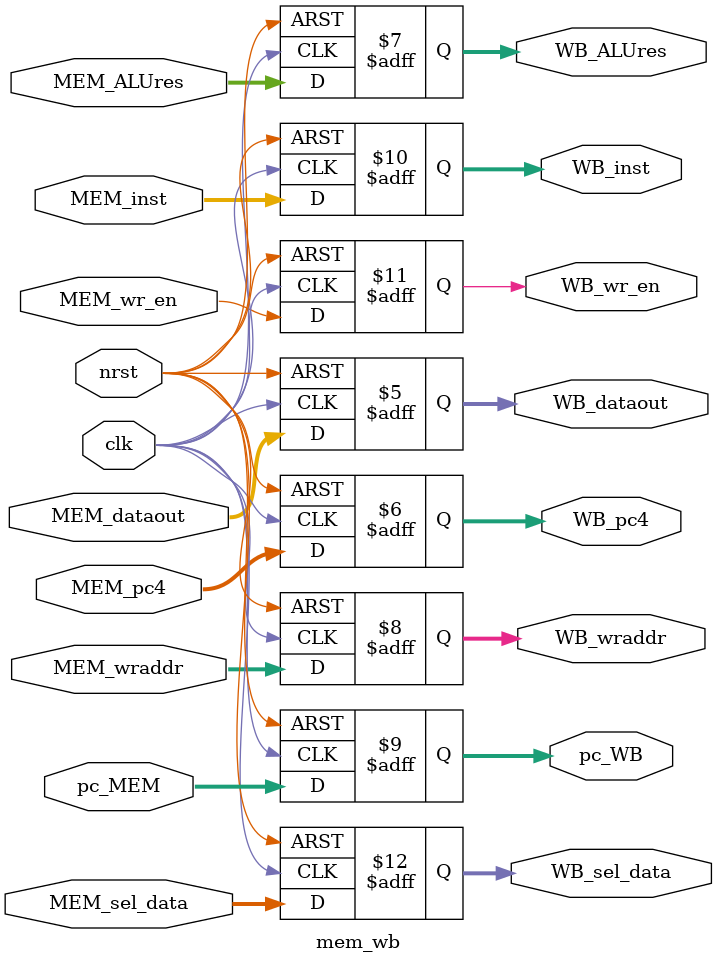
<source format=v>
`timescale 1ns/1ps

module mem_wb(
	input clk,
	input nrst,
	// inputs
	input [31:0] MEM_pc4,
	input [31:0] MEM_ALUres,
	input [31:0] MEM_dataout,
	input [4:0] MEM_wraddr,
	input [31:0] pc_MEM,
	input [31:0] MEM_inst,
	// outputs
	output reg [31:0] WB_pc4,
	output reg [31:0] WB_ALUres,
	output reg [31:0] WB_dataout,
	output reg [4:0] WB_wraddr,
	output reg [31:0] pc_WB,
	output reg [31:0] WB_inst,
	// NOTE: add control signals here
	input MEM_wr_en,
	input [1:0] MEM_sel_data,
	
	output reg WB_wr_en,
	output reg [1:0] WB_sel_data
);
	
	always@(posedge clk or negedge nrst) begin
		if(!nrst) begin
			WB_pc4 <= 0;
			WB_ALUres <= 0;
			WB_wraddr <= 0;
			pc_WB <= 0;
			WB_inst <= 0;

			WB_wr_en <= 0;
			WB_sel_data <= 0;
		end
		else begin
			WB_pc4 <= MEM_pc4;
			WB_ALUres <= MEM_ALUres;
			WB_wraddr <= MEM_wraddr;
			pc_WB <= pc_MEM;
			WB_inst <= MEM_inst;

			WB_wr_en <= MEM_wr_en;
			WB_sel_data <= MEM_sel_data;
		end
	end

	always@(negedge clk or negedge nrst) begin
		if(!nrst) 
			WB_dataout <= 0;
		else
			WB_dataout <= MEM_dataout;
	end
endmodule
</source>
